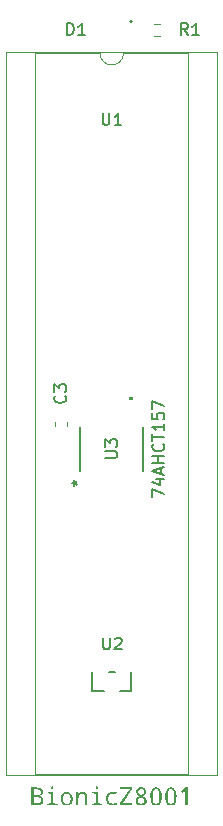
<source format=gbr>
G04 #@! TF.GenerationSoftware,KiCad,Pcbnew,9.0.7-9.0.7~ubuntu25.10.1*
G04 #@! TF.CreationDate,2026-01-14T17:34:39+09:00*
G04 #@! TF.ProjectId,bionic-z8001,62696f6e-6963-42d7-9a38-3030312e6b69,1*
G04 #@! TF.SameCoordinates,Original*
G04 #@! TF.FileFunction,Legend,Top*
G04 #@! TF.FilePolarity,Positive*
%FSLAX46Y46*%
G04 Gerber Fmt 4.6, Leading zero omitted, Abs format (unit mm)*
G04 Created by KiCad (PCBNEW 9.0.7-9.0.7~ubuntu25.10.1) date 2026-01-14 17:34:39*
%MOMM*%
%LPD*%
G01*
G04 APERTURE LIST*
%ADD10C,0.150000*%
%ADD11C,0.120000*%
%ADD12C,0.152400*%
%ADD13C,0.000000*%
G04 APERTURE END LIST*
D10*
X117141819Y-111333228D02*
X117141819Y-110666562D01*
X117141819Y-110666562D02*
X118141819Y-111095133D01*
X117475152Y-109857038D02*
X118141819Y-109857038D01*
X117094200Y-110095133D02*
X117808485Y-110333228D01*
X117808485Y-110333228D02*
X117808485Y-109714181D01*
X117856104Y-109380847D02*
X117856104Y-108904657D01*
X118141819Y-109476085D02*
X117141819Y-109142752D01*
X117141819Y-109142752D02*
X118141819Y-108809419D01*
X118141819Y-108476085D02*
X117141819Y-108476085D01*
X117618009Y-108476085D02*
X117618009Y-107904657D01*
X118141819Y-107904657D02*
X117141819Y-107904657D01*
X118046580Y-106857038D02*
X118094200Y-106904657D01*
X118094200Y-106904657D02*
X118141819Y-107047514D01*
X118141819Y-107047514D02*
X118141819Y-107142752D01*
X118141819Y-107142752D02*
X118094200Y-107285609D01*
X118094200Y-107285609D02*
X117998961Y-107380847D01*
X117998961Y-107380847D02*
X117903723Y-107428466D01*
X117903723Y-107428466D02*
X117713247Y-107476085D01*
X117713247Y-107476085D02*
X117570390Y-107476085D01*
X117570390Y-107476085D02*
X117379914Y-107428466D01*
X117379914Y-107428466D02*
X117284676Y-107380847D01*
X117284676Y-107380847D02*
X117189438Y-107285609D01*
X117189438Y-107285609D02*
X117141819Y-107142752D01*
X117141819Y-107142752D02*
X117141819Y-107047514D01*
X117141819Y-107047514D02*
X117189438Y-106904657D01*
X117189438Y-106904657D02*
X117237057Y-106857038D01*
X117141819Y-106571323D02*
X117141819Y-105999895D01*
X118141819Y-106285609D02*
X117141819Y-106285609D01*
X118141819Y-105142752D02*
X118141819Y-105714180D01*
X118141819Y-105428466D02*
X117141819Y-105428466D01*
X117141819Y-105428466D02*
X117284676Y-105523704D01*
X117284676Y-105523704D02*
X117379914Y-105618942D01*
X117379914Y-105618942D02*
X117427533Y-105714180D01*
X117141819Y-104237990D02*
X117141819Y-104714180D01*
X117141819Y-104714180D02*
X117618009Y-104761799D01*
X117618009Y-104761799D02*
X117570390Y-104714180D01*
X117570390Y-104714180D02*
X117522771Y-104618942D01*
X117522771Y-104618942D02*
X117522771Y-104380847D01*
X117522771Y-104380847D02*
X117570390Y-104285609D01*
X117570390Y-104285609D02*
X117618009Y-104237990D01*
X117618009Y-104237990D02*
X117713247Y-104190371D01*
X117713247Y-104190371D02*
X117951342Y-104190371D01*
X117951342Y-104190371D02*
X118046580Y-104237990D01*
X118046580Y-104237990D02*
X118094200Y-104285609D01*
X118094200Y-104285609D02*
X118141819Y-104380847D01*
X118141819Y-104380847D02*
X118141819Y-104618942D01*
X118141819Y-104618942D02*
X118094200Y-104714180D01*
X118094200Y-104714180D02*
X118046580Y-104761799D01*
X117141819Y-103857037D02*
X117141819Y-103190371D01*
X117141819Y-103190371D02*
X118141819Y-103618942D01*
G36*
X107485972Y-135942457D02*
G01*
X107598384Y-135961466D01*
X107683776Y-135989597D01*
X107747559Y-136024948D01*
X107801224Y-136074479D01*
X107840290Y-136137040D01*
X107865153Y-136215479D01*
X107874138Y-136314009D01*
X107864791Y-136398161D01*
X107837932Y-136469904D01*
X107793630Y-136531996D01*
X107735159Y-136581433D01*
X107663569Y-136616661D01*
X107575918Y-136637417D01*
X107575918Y-136647675D01*
X107688179Y-136675784D01*
X107772632Y-136716258D01*
X107834965Y-136767606D01*
X107879017Y-136830217D01*
X107906362Y-136906317D01*
X107916087Y-136999660D01*
X107907232Y-137099821D01*
X107882090Y-137184779D01*
X107841661Y-137257416D01*
X107785386Y-137319770D01*
X107717288Y-137368834D01*
X107636928Y-137404992D01*
X107541950Y-137427873D01*
X107429372Y-137436000D01*
X106889351Y-137436000D01*
X106889351Y-137273059D01*
X107080960Y-137273059D01*
X107395575Y-137273059D01*
X107501640Y-137263623D01*
X107580211Y-137238330D01*
X107637803Y-137199864D01*
X107678784Y-137148184D01*
X107704747Y-137080543D01*
X107714220Y-136991966D01*
X107704920Y-136912042D01*
X107679139Y-136850095D01*
X107637679Y-136801812D01*
X107578156Y-136765129D01*
X107495416Y-136740619D01*
X107382203Y-136731389D01*
X107080960Y-136731389D01*
X107080960Y-137273059D01*
X106889351Y-137273059D01*
X106889351Y-136568449D01*
X107080960Y-136568449D01*
X107372036Y-136568449D01*
X107477779Y-136560885D01*
X107552952Y-136541152D01*
X107605135Y-136512395D01*
X107644107Y-136469617D01*
X107669105Y-136409721D01*
X107678408Y-136326740D01*
X107668700Y-136249208D01*
X107642258Y-136192528D01*
X107600006Y-136151343D01*
X107544766Y-136124316D01*
X107464634Y-136105544D01*
X107351520Y-136098312D01*
X107080960Y-136098312D01*
X107080960Y-136568449D01*
X106889351Y-136568449D01*
X106889351Y-135935371D01*
X107340254Y-135935371D01*
X107485972Y-135942457D01*
G37*
G36*
X108658524Y-135847444D02*
G01*
X108707217Y-135855164D01*
X108739353Y-135875934D01*
X108759481Y-135910356D01*
X108767151Y-135964131D01*
X108758387Y-136017834D01*
X108734819Y-136052791D01*
X108699693Y-136074610D01*
X108658524Y-136081917D01*
X108609380Y-136074125D01*
X108576947Y-136053160D01*
X108556632Y-136018414D01*
X108548890Y-135964131D01*
X108556599Y-135910450D01*
X108576862Y-135876022D01*
X108609289Y-135855197D01*
X108658524Y-135847444D01*
G37*
G36*
X108564185Y-136457074D02*
G01*
X108288588Y-136435733D01*
X108288588Y-136310528D01*
X108750756Y-136310528D01*
X108750756Y-137289454D01*
X109111442Y-137309970D01*
X109111442Y-137436000D01*
X108211743Y-137436000D01*
X108211743Y-137309970D01*
X108564185Y-137289454D01*
X108564185Y-136457074D01*
G37*
G36*
X110008620Y-136303277D02*
G01*
X110104191Y-136333147D01*
X110189308Y-136382195D01*
X110265764Y-136451853D01*
X110326345Y-136534833D01*
X110370610Y-136631095D01*
X110398388Y-136743141D01*
X110408188Y-136874180D01*
X110398367Y-137009802D01*
X110370725Y-137124135D01*
X110327048Y-137220797D01*
X110267779Y-137302643D01*
X110192537Y-137370704D01*
X110106687Y-137419164D01*
X110008123Y-137449017D01*
X109893813Y-137459447D01*
X109786248Y-137449132D01*
X109691244Y-137419256D01*
X109606229Y-137370080D01*
X109529464Y-137300078D01*
X109468767Y-137216790D01*
X109424352Y-137119879D01*
X109396440Y-137006773D01*
X109386581Y-136874180D01*
X109579197Y-136874180D01*
X109587831Y-137004261D01*
X109611020Y-137103317D01*
X109645739Y-137177785D01*
X109690569Y-137232793D01*
X109745881Y-137271774D01*
X109813787Y-137296071D01*
X109897843Y-137304750D01*
X109981567Y-137296085D01*
X110049229Y-137271823D01*
X110104366Y-137232883D01*
X110149076Y-137177903D01*
X110183718Y-137103437D01*
X110206862Y-137004345D01*
X110215481Y-136874180D01*
X110206869Y-136745648D01*
X110183720Y-136647660D01*
X110149020Y-136573879D01*
X110104136Y-136519274D01*
X110048651Y-136480502D01*
X109980410Y-136456296D01*
X109895828Y-136447640D01*
X109812241Y-136456252D01*
X109744735Y-136480355D01*
X109689773Y-136519008D01*
X109645248Y-136573529D01*
X109610780Y-136647303D01*
X109587765Y-136745397D01*
X109579197Y-136874180D01*
X109386581Y-136874180D01*
X109396299Y-136739482D01*
X109423645Y-136625945D01*
X109466842Y-136529976D01*
X109525434Y-136448739D01*
X109599899Y-136381305D01*
X109685512Y-136333143D01*
X109784475Y-136303374D01*
X109899949Y-136292943D01*
X110008620Y-136303277D01*
G37*
G36*
X111436390Y-137436000D02*
G01*
X111436390Y-136713346D01*
X111428354Y-136625643D01*
X111406742Y-136560369D01*
X111373688Y-136512213D01*
X111328964Y-136477699D01*
X111270035Y-136455698D01*
X111192483Y-136447640D01*
X111108618Y-136456032D01*
X111041179Y-136479444D01*
X110986588Y-136516790D01*
X110942641Y-136569128D01*
X110908810Y-136639509D01*
X110886313Y-136732616D01*
X110877959Y-136854396D01*
X110877959Y-137436000D01*
X110691479Y-137436000D01*
X110691479Y-136310528D01*
X110842147Y-136310528D01*
X110869807Y-136465043D01*
X110880065Y-136465043D01*
X110926842Y-136403877D01*
X110982999Y-136356730D01*
X111049754Y-136322326D01*
X111129226Y-136300647D01*
X111224265Y-136292943D01*
X111336429Y-136302451D01*
X111424550Y-136328533D01*
X111493672Y-136368986D01*
X111547378Y-136423727D01*
X111587397Y-136494794D01*
X111613365Y-136586075D01*
X111622869Y-136702905D01*
X111622869Y-137436000D01*
X111436390Y-137436000D01*
G37*
G36*
X112435007Y-135847444D02*
G01*
X112483700Y-135855164D01*
X112515835Y-135875934D01*
X112535964Y-135910356D01*
X112543634Y-135964131D01*
X112534870Y-136017834D01*
X112511302Y-136052791D01*
X112476176Y-136074610D01*
X112435007Y-136081917D01*
X112385863Y-136074125D01*
X112353430Y-136053160D01*
X112333115Y-136018414D01*
X112325372Y-135964131D01*
X112333082Y-135910450D01*
X112353345Y-135876022D01*
X112385772Y-135855197D01*
X112435007Y-135847444D01*
G37*
G36*
X112340668Y-136457074D02*
G01*
X112065071Y-136435733D01*
X112065071Y-136310528D01*
X112527239Y-136310528D01*
X112527239Y-137289454D01*
X112887925Y-137309970D01*
X112887925Y-137436000D01*
X111988226Y-137436000D01*
X111988226Y-137309970D01*
X112340668Y-137289454D01*
X112340668Y-136457074D01*
G37*
G36*
X114132373Y-136353393D02*
G01*
X114068808Y-136515326D01*
X113964747Y-136480863D01*
X113873862Y-136461814D01*
X113794218Y-136455883D01*
X113689232Y-136465324D01*
X113606081Y-136491370D01*
X113540141Y-136532156D01*
X113488262Y-136588024D01*
X113449148Y-136661462D01*
X113423538Y-136756795D01*
X113414115Y-136879767D01*
X113423329Y-137000939D01*
X113448354Y-137094783D01*
X113486532Y-137166979D01*
X113537094Y-137221813D01*
X113601257Y-137261781D01*
X113682053Y-137287273D01*
X113783960Y-137296506D01*
X113890142Y-137289681D01*
X113999483Y-137268800D01*
X114112864Y-137232942D01*
X114112864Y-137396890D01*
X114019265Y-137430337D01*
X113907960Y-137451782D01*
X113775717Y-137459447D01*
X113644903Y-137449056D01*
X113535595Y-137419847D01*
X113443891Y-137373577D01*
X113366855Y-137310337D01*
X113305822Y-137231913D01*
X113260605Y-137136874D01*
X113231751Y-137021809D01*
X113221408Y-136882331D01*
X113228300Y-136764618D01*
X113247707Y-136664257D01*
X113278187Y-136578678D01*
X113318964Y-136505699D01*
X113369969Y-136443610D01*
X113448500Y-136379806D01*
X113542174Y-136333038D01*
X113654031Y-136303471D01*
X113788082Y-136292943D01*
X113908531Y-136299792D01*
X114022992Y-136320012D01*
X114132373Y-136353393D01*
G37*
G36*
X115455772Y-137436000D02*
G01*
X114408520Y-137436000D01*
X114408520Y-137289454D01*
X115221116Y-136103441D01*
X114430044Y-136103441D01*
X114430044Y-135935371D01*
X115435256Y-135935371D01*
X115435256Y-136081917D01*
X114622660Y-137267930D01*
X115455772Y-137267930D01*
X115455772Y-137436000D01*
G37*
G36*
X116285905Y-135918625D02*
G01*
X116366747Y-135937651D01*
X116436633Y-135967972D01*
X116497254Y-136009377D01*
X116548165Y-136062110D01*
X116584226Y-136122479D01*
X116606383Y-136192007D01*
X116614124Y-136272976D01*
X116603942Y-136360917D01*
X116574003Y-136439862D01*
X116523421Y-136512188D01*
X116449027Y-136579235D01*
X116345671Y-136641172D01*
X116452860Y-136705354D01*
X116533400Y-136770382D01*
X116591743Y-136836233D01*
X116631360Y-136903400D01*
X116654553Y-136972896D01*
X116662301Y-137046188D01*
X116653780Y-137137209D01*
X116629316Y-137216076D01*
X116589438Y-137285179D01*
X116533158Y-137346149D01*
X116465862Y-137394332D01*
X116387975Y-137429556D01*
X116297521Y-137451656D01*
X116191981Y-137459447D01*
X116080794Y-137451859D01*
X115988160Y-137430646D01*
X115910936Y-137397432D01*
X115846591Y-137352835D01*
X115793277Y-137295406D01*
X115754961Y-137227999D01*
X115731094Y-137148623D01*
X115722668Y-137054431D01*
X115905118Y-137054431D01*
X115913470Y-137131777D01*
X115936391Y-137190940D01*
X115972644Y-137236245D01*
X116023716Y-137270045D01*
X116093542Y-137292312D01*
X116187951Y-137300628D01*
X116278523Y-137292248D01*
X116348908Y-137269283D01*
X116403556Y-137233492D01*
X116445244Y-137184050D01*
X116470840Y-137122833D01*
X116479943Y-137046280D01*
X116472796Y-136987179D01*
X116451586Y-136933167D01*
X116415372Y-136882698D01*
X116368600Y-136839550D01*
X116297770Y-136790729D01*
X116196103Y-136735511D01*
X116165328Y-136721131D01*
X116063569Y-136779758D01*
X115991297Y-136841832D01*
X115942884Y-136907388D01*
X115914630Y-136977549D01*
X115905118Y-137054431D01*
X115722668Y-137054431D01*
X115730484Y-136970651D01*
X115753289Y-136895151D01*
X115791050Y-136826178D01*
X115844969Y-136762504D01*
X115917388Y-136703532D01*
X116011638Y-136649324D01*
X115919765Y-136581754D01*
X115852886Y-136510960D01*
X115807105Y-136436478D01*
X115780005Y-136357079D01*
X115772003Y-136281769D01*
X115953203Y-136281769D01*
X115959118Y-136341170D01*
X115976115Y-136392452D01*
X116003945Y-136437290D01*
X116041852Y-136475152D01*
X116102758Y-136517608D01*
X116194088Y-136565243D01*
X116288112Y-136514846D01*
X116354182Y-136461696D01*
X116397963Y-136405908D01*
X116423284Y-136346562D01*
X116431766Y-136281769D01*
X116423966Y-136216114D01*
X116402256Y-136164928D01*
X116367195Y-136124782D01*
X116321249Y-136095870D01*
X116263257Y-136077427D01*
X116189966Y-136070743D01*
X116119424Y-136077354D01*
X116062820Y-136095729D01*
X116017225Y-136124782D01*
X115982490Y-136164885D01*
X115960949Y-136216068D01*
X115953203Y-136281769D01*
X115772003Y-136281769D01*
X115770845Y-136270870D01*
X115778707Y-136190594D01*
X115801248Y-136121552D01*
X115838041Y-136061460D01*
X115890188Y-136008827D01*
X115952142Y-135967350D01*
X116022079Y-135937215D01*
X116101426Y-135918472D01*
X116191981Y-135911924D01*
X116285905Y-135918625D01*
G37*
G36*
X117541476Y-135920305D02*
G01*
X117621719Y-135944327D01*
X117691907Y-135983359D01*
X117753707Y-136038188D01*
X117807922Y-136110952D01*
X117856933Y-136210687D01*
X117895054Y-136336014D01*
X117920196Y-136492171D01*
X117929372Y-136685136D01*
X117920693Y-136879262D01*
X117897003Y-137034894D01*
X117861299Y-137158298D01*
X117815786Y-137255005D01*
X117761732Y-137329677D01*
X117699357Y-137385909D01*
X117627794Y-137426001D01*
X117545172Y-137450767D01*
X117448794Y-137459447D01*
X117357487Y-137451110D01*
X117278238Y-137427181D01*
X117208719Y-137388231D01*
X117147306Y-137333406D01*
X117093237Y-137260511D01*
X117044487Y-137160781D01*
X117006533Y-137035291D01*
X116981484Y-136878752D01*
X116972337Y-136685136D01*
X116972357Y-136684678D01*
X117161839Y-136684678D01*
X117167505Y-136857171D01*
X117182559Y-136988334D01*
X117204412Y-137085828D01*
X117230990Y-137156464D01*
X117272150Y-137221478D01*
X117321135Y-137265322D01*
X117379059Y-137291512D01*
X117448794Y-137300628D01*
X117519529Y-137291461D01*
X117578355Y-137265130D01*
X117628154Y-137221097D01*
X117670078Y-137155914D01*
X117697307Y-137084975D01*
X117719645Y-136987405D01*
X117735009Y-136856491D01*
X117740786Y-136684678D01*
X117735020Y-136514011D01*
X117719675Y-136383729D01*
X117697339Y-136286410D01*
X117670078Y-136215457D01*
X117628154Y-136150274D01*
X117578355Y-136106241D01*
X117519529Y-136079910D01*
X117448794Y-136070743D01*
X117379028Y-136079839D01*
X117321095Y-136105963D01*
X117272124Y-136149673D01*
X117230990Y-136214449D01*
X117204412Y-136284827D01*
X117182559Y-136381984D01*
X117167505Y-136512717D01*
X117161839Y-136684678D01*
X116972357Y-136684678D01*
X116980968Y-136491007D01*
X117004522Y-136335443D01*
X117040005Y-136212164D01*
X117085212Y-136115624D01*
X117138862Y-136041146D01*
X117200719Y-135985112D01*
X117271625Y-135945196D01*
X117353426Y-135920557D01*
X117448794Y-135911924D01*
X117541476Y-135920305D01*
G37*
G36*
X118800304Y-135920305D02*
G01*
X118880547Y-135944327D01*
X118950734Y-135983359D01*
X119012535Y-136038188D01*
X119066750Y-136110952D01*
X119115761Y-136210687D01*
X119153882Y-136336014D01*
X119179024Y-136492171D01*
X119188200Y-136685136D01*
X119179521Y-136879262D01*
X119155830Y-137034894D01*
X119120127Y-137158298D01*
X119074614Y-137255005D01*
X119020560Y-137329677D01*
X118958185Y-137385909D01*
X118886622Y-137426001D01*
X118804000Y-137450767D01*
X118707621Y-137459447D01*
X118616314Y-137451110D01*
X118537066Y-137427181D01*
X118467546Y-137388231D01*
X118406134Y-137333406D01*
X118352065Y-137260511D01*
X118303314Y-137160781D01*
X118265361Y-137035291D01*
X118240311Y-136878752D01*
X118231165Y-136685136D01*
X118231185Y-136684678D01*
X118420666Y-136684678D01*
X118426333Y-136857171D01*
X118441386Y-136988334D01*
X118463240Y-137085828D01*
X118489818Y-137156464D01*
X118530978Y-137221478D01*
X118579963Y-137265322D01*
X118637887Y-137291512D01*
X118707621Y-137300628D01*
X118778357Y-137291461D01*
X118837183Y-137265130D01*
X118886981Y-137221097D01*
X118928905Y-137155914D01*
X118956134Y-137084975D01*
X118978472Y-136987405D01*
X118993836Y-136856491D01*
X118999614Y-136684678D01*
X118993848Y-136514011D01*
X118978502Y-136383729D01*
X118956167Y-136286410D01*
X118928905Y-136215457D01*
X118886981Y-136150274D01*
X118837183Y-136106241D01*
X118778357Y-136079910D01*
X118707621Y-136070743D01*
X118637856Y-136079839D01*
X118579923Y-136105963D01*
X118530951Y-136149673D01*
X118489818Y-136214449D01*
X118463240Y-136284827D01*
X118441387Y-136381984D01*
X118426333Y-136512717D01*
X118420666Y-136684678D01*
X118231185Y-136684678D01*
X118239795Y-136491007D01*
X118263350Y-136335443D01*
X118298833Y-136212164D01*
X118344040Y-136115624D01*
X118397690Y-136041146D01*
X118459547Y-135985112D01*
X118530452Y-135945196D01*
X118612254Y-135920557D01*
X118707621Y-135911924D01*
X118800304Y-135920305D01*
G37*
G36*
X120116017Y-137436000D02*
G01*
X119935674Y-137436000D01*
X119935674Y-136499114D01*
X119943917Y-136128629D01*
X119819903Y-136244766D01*
X119669236Y-136369147D01*
X119569860Y-136242751D01*
X119962327Y-135935371D01*
X120116017Y-135935371D01*
X120116017Y-137436000D01*
G37*
X109741580Y-102754866D02*
X109789200Y-102802485D01*
X109789200Y-102802485D02*
X109836819Y-102945342D01*
X109836819Y-102945342D02*
X109836819Y-103040580D01*
X109836819Y-103040580D02*
X109789200Y-103183437D01*
X109789200Y-103183437D02*
X109693961Y-103278675D01*
X109693961Y-103278675D02*
X109598723Y-103326294D01*
X109598723Y-103326294D02*
X109408247Y-103373913D01*
X109408247Y-103373913D02*
X109265390Y-103373913D01*
X109265390Y-103373913D02*
X109074914Y-103326294D01*
X109074914Y-103326294D02*
X108979676Y-103278675D01*
X108979676Y-103278675D02*
X108884438Y-103183437D01*
X108884438Y-103183437D02*
X108836819Y-103040580D01*
X108836819Y-103040580D02*
X108836819Y-102945342D01*
X108836819Y-102945342D02*
X108884438Y-102802485D01*
X108884438Y-102802485D02*
X108932057Y-102754866D01*
X108836819Y-102421532D02*
X108836819Y-101802485D01*
X108836819Y-101802485D02*
X109217771Y-102135818D01*
X109217771Y-102135818D02*
X109217771Y-101992961D01*
X109217771Y-101992961D02*
X109265390Y-101897723D01*
X109265390Y-101897723D02*
X109313009Y-101850104D01*
X109313009Y-101850104D02*
X109408247Y-101802485D01*
X109408247Y-101802485D02*
X109646342Y-101802485D01*
X109646342Y-101802485D02*
X109741580Y-101850104D01*
X109741580Y-101850104D02*
X109789200Y-101897723D01*
X109789200Y-101897723D02*
X109836819Y-101992961D01*
X109836819Y-101992961D02*
X109836819Y-102278675D01*
X109836819Y-102278675D02*
X109789200Y-102373913D01*
X109789200Y-102373913D02*
X109741580Y-102421532D01*
X120137333Y-72232819D02*
X119804000Y-71756628D01*
X119565905Y-72232819D02*
X119565905Y-71232819D01*
X119565905Y-71232819D02*
X119946857Y-71232819D01*
X119946857Y-71232819D02*
X120042095Y-71280438D01*
X120042095Y-71280438D02*
X120089714Y-71328057D01*
X120089714Y-71328057D02*
X120137333Y-71423295D01*
X120137333Y-71423295D02*
X120137333Y-71566152D01*
X120137333Y-71566152D02*
X120089714Y-71661390D01*
X120089714Y-71661390D02*
X120042095Y-71709009D01*
X120042095Y-71709009D02*
X119946857Y-71756628D01*
X119946857Y-71756628D02*
X119565905Y-71756628D01*
X121089714Y-72232819D02*
X120518286Y-72232819D01*
X120804000Y-72232819D02*
X120804000Y-71232819D01*
X120804000Y-71232819D02*
X120708762Y-71375676D01*
X120708762Y-71375676D02*
X120613524Y-71470914D01*
X120613524Y-71470914D02*
X120518286Y-71518533D01*
X112938095Y-78852819D02*
X112938095Y-79662342D01*
X112938095Y-79662342D02*
X112985714Y-79757580D01*
X112985714Y-79757580D02*
X113033333Y-79805200D01*
X113033333Y-79805200D02*
X113128571Y-79852819D01*
X113128571Y-79852819D02*
X113319047Y-79852819D01*
X113319047Y-79852819D02*
X113414285Y-79805200D01*
X113414285Y-79805200D02*
X113461904Y-79757580D01*
X113461904Y-79757580D02*
X113509523Y-79662342D01*
X113509523Y-79662342D02*
X113509523Y-78852819D01*
X114509523Y-79852819D02*
X113938095Y-79852819D01*
X114223809Y-79852819D02*
X114223809Y-78852819D01*
X114223809Y-78852819D02*
X114128571Y-78995676D01*
X114128571Y-78995676D02*
X114033333Y-79090914D01*
X114033333Y-79090914D02*
X113938095Y-79138533D01*
X113154819Y-108023704D02*
X113964342Y-108023704D01*
X113964342Y-108023704D02*
X114059580Y-107976085D01*
X114059580Y-107976085D02*
X114107200Y-107928466D01*
X114107200Y-107928466D02*
X114154819Y-107833228D01*
X114154819Y-107833228D02*
X114154819Y-107642752D01*
X114154819Y-107642752D02*
X114107200Y-107547514D01*
X114107200Y-107547514D02*
X114059580Y-107499895D01*
X114059580Y-107499895D02*
X113964342Y-107452276D01*
X113964342Y-107452276D02*
X113154819Y-107452276D01*
X113154819Y-107071323D02*
X113154819Y-106452276D01*
X113154819Y-106452276D02*
X113535771Y-106785609D01*
X113535771Y-106785609D02*
X113535771Y-106642752D01*
X113535771Y-106642752D02*
X113583390Y-106547514D01*
X113583390Y-106547514D02*
X113631009Y-106499895D01*
X113631009Y-106499895D02*
X113726247Y-106452276D01*
X113726247Y-106452276D02*
X113964342Y-106452276D01*
X113964342Y-106452276D02*
X114059580Y-106499895D01*
X114059580Y-106499895D02*
X114107200Y-106547514D01*
X114107200Y-106547514D02*
X114154819Y-106642752D01*
X114154819Y-106642752D02*
X114154819Y-106928466D01*
X114154819Y-106928466D02*
X114107200Y-107023704D01*
X114107200Y-107023704D02*
X114059580Y-107071323D01*
X110354819Y-110161799D02*
X110592914Y-110161799D01*
X110497676Y-110399894D02*
X110592914Y-110161799D01*
X110592914Y-110161799D02*
X110497676Y-109923704D01*
X110783390Y-110304656D02*
X110592914Y-110161799D01*
X110592914Y-110161799D02*
X110783390Y-110018942D01*
X109913905Y-72232819D02*
X109913905Y-71232819D01*
X109913905Y-71232819D02*
X110152000Y-71232819D01*
X110152000Y-71232819D02*
X110294857Y-71280438D01*
X110294857Y-71280438D02*
X110390095Y-71375676D01*
X110390095Y-71375676D02*
X110437714Y-71470914D01*
X110437714Y-71470914D02*
X110485333Y-71661390D01*
X110485333Y-71661390D02*
X110485333Y-71804247D01*
X110485333Y-71804247D02*
X110437714Y-71994723D01*
X110437714Y-71994723D02*
X110390095Y-72089961D01*
X110390095Y-72089961D02*
X110294857Y-72185200D01*
X110294857Y-72185200D02*
X110152000Y-72232819D01*
X110152000Y-72232819D02*
X109913905Y-72232819D01*
X111437714Y-72232819D02*
X110866286Y-72232819D01*
X111152000Y-72232819D02*
X111152000Y-71232819D01*
X111152000Y-71232819D02*
X111056762Y-71375676D01*
X111056762Y-71375676D02*
X110961524Y-71470914D01*
X110961524Y-71470914D02*
X110866286Y-71518533D01*
X112978695Y-123251219D02*
X112978695Y-124060742D01*
X112978695Y-124060742D02*
X113026314Y-124155980D01*
X113026314Y-124155980D02*
X113073933Y-124203600D01*
X113073933Y-124203600D02*
X113169171Y-124251219D01*
X113169171Y-124251219D02*
X113359647Y-124251219D01*
X113359647Y-124251219D02*
X113454885Y-124203600D01*
X113454885Y-124203600D02*
X113502504Y-124155980D01*
X113502504Y-124155980D02*
X113550123Y-124060742D01*
X113550123Y-124060742D02*
X113550123Y-123251219D01*
X113978695Y-123346457D02*
X114026314Y-123298838D01*
X114026314Y-123298838D02*
X114121552Y-123251219D01*
X114121552Y-123251219D02*
X114359647Y-123251219D01*
X114359647Y-123251219D02*
X114454885Y-123298838D01*
X114454885Y-123298838D02*
X114502504Y-123346457D01*
X114502504Y-123346457D02*
X114550123Y-123441695D01*
X114550123Y-123441695D02*
X114550123Y-123536933D01*
X114550123Y-123536933D02*
X114502504Y-123679790D01*
X114502504Y-123679790D02*
X113931076Y-124251219D01*
X113931076Y-124251219D02*
X114550123Y-124251219D01*
D11*
X109892000Y-105007333D02*
X109892000Y-105299867D01*
X108872000Y-105007333D02*
X108872000Y-105299867D01*
X117255276Y-71255500D02*
X117764724Y-71255500D01*
X117255276Y-72300500D02*
X117764724Y-72300500D01*
X104750000Y-73690000D02*
X104750000Y-134890000D01*
X104750000Y-134890000D02*
X122650000Y-134890000D01*
X107240000Y-73750000D02*
X107240000Y-134830000D01*
X107240000Y-134830000D02*
X120160000Y-134830000D01*
X112700000Y-73750000D02*
X107240000Y-73750000D01*
X120160000Y-73750000D02*
X114700000Y-73750000D01*
X120160000Y-134830000D02*
X120160000Y-73750000D01*
X122650000Y-73690000D02*
X104750000Y-73690000D01*
X122650000Y-134890000D02*
X122650000Y-73690000D01*
X114700000Y-73750000D02*
G75*
G02*
X112700000Y-73750000I-1000000J0D01*
G01*
D12*
X111020300Y-105422376D02*
X111020300Y-109101224D01*
X116379700Y-109101224D02*
X116379700Y-105422376D01*
D13*
G36*
X115515501Y-103147000D02*
G01*
X115134501Y-103147000D01*
X115134501Y-102893000D01*
X115515501Y-102893000D01*
X115515501Y-103147000D01*
G37*
D12*
X115427200Y-71092200D02*
G75*
G02*
X115274800Y-71092200I-76200J0D01*
G01*
X115274800Y-71092200D02*
G75*
G02*
X115427200Y-71092200I76200J0D01*
G01*
X112063200Y-126119000D02*
X112063200Y-127773000D01*
X112063200Y-127773000D02*
X113052260Y-127773000D01*
X114002261Y-126119000D02*
X113428139Y-126119000D01*
X114378140Y-127773000D02*
X115367200Y-127773000D01*
X115367200Y-127773000D02*
X115367200Y-126119000D01*
M02*

</source>
